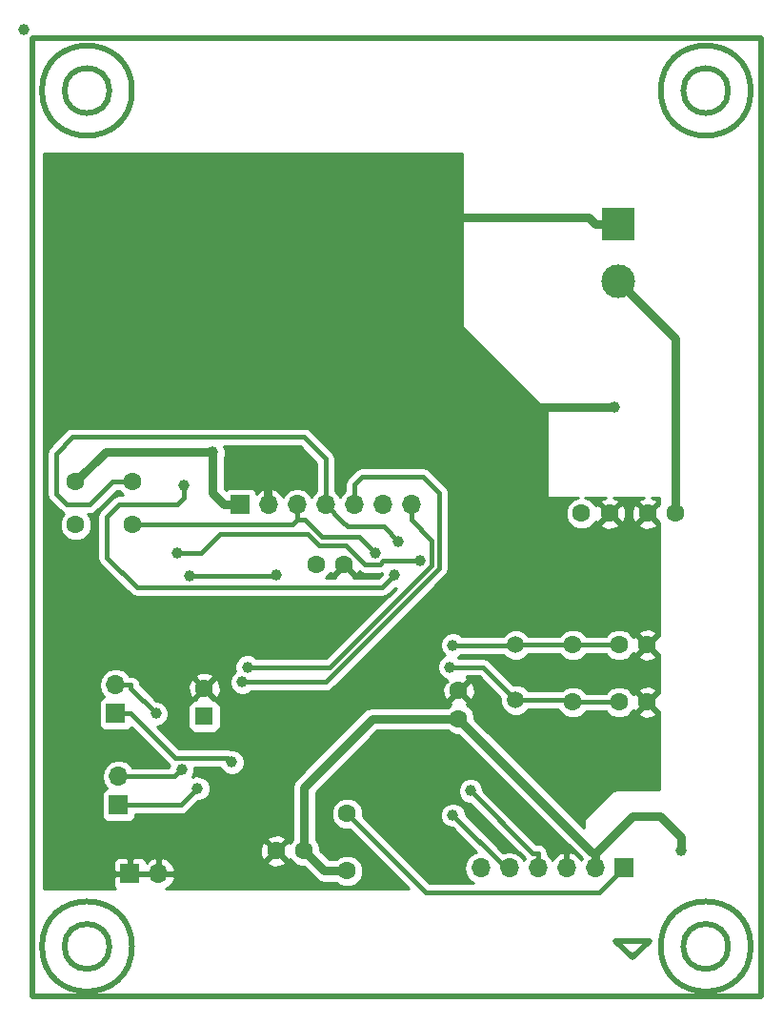
<source format=gbr>
G04 #@! TF.FileFunction,Copper,L2,Bot,Signal*
%FSLAX46Y46*%
G04 Gerber Fmt 4.6, Leading zero omitted, Abs format (unit mm)*
G04 Created by KiCad (PCBNEW 4.0.5+dfsg1-4) date Fri Sep 27 11:48:37 2019*
%MOMM*%
%LPD*%
G01*
G04 APERTURE LIST*
%ADD10C,0.100000*%
%ADD11C,0.500000*%
%ADD12R,1.600000X1.600000*%
%ADD13C,1.600000*%
%ADD14R,1.700000X1.700000*%
%ADD15O,1.700000X1.700000*%
%ADD16R,3.000000X3.000000*%
%ADD17C,3.000000*%
%ADD18C,1.500000*%
%ADD19C,1.000000*%
%ADD20C,0.800000*%
%ADD21C,0.400000*%
%ADD22C,0.254000*%
G04 APERTURE END LIST*
D10*
D11*
X54072000Y-82382000D02*
X52572000Y-80882000D01*
X55572000Y-80882000D02*
X54072000Y-82382000D01*
X52572000Y-80882000D02*
X55572000Y-80882000D01*
X9572000Y-81382000D02*
G75*
G03X9572000Y-81382000I-4000000J0D01*
G01*
X7572000Y-81382000D02*
G75*
G03X7572000Y-81382000I-2000000J0D01*
G01*
X9572000Y-5382000D02*
G75*
G03X9572000Y-5382000I-4000000J0D01*
G01*
X7572000Y-5382000D02*
G75*
G03X7572000Y-5382000I-2000000J0D01*
G01*
X64572000Y-5382000D02*
G75*
G03X64572000Y-5382000I-4000000J0D01*
G01*
X62572000Y-5382000D02*
G75*
G03X62572000Y-5382000I-2000000J0D01*
G01*
X62572000Y-81382000D02*
G75*
G03X62572000Y-81382000I-2000000J0D01*
G01*
X64572000Y-81382000D02*
G75*
G03X64572000Y-81382000I-4000000J0D01*
G01*
X65532000Y-762000D02*
X762000Y-762000D01*
X65532000Y-85852000D02*
X65532000Y-762000D01*
X762000Y-85852000D02*
X65532000Y-85852000D01*
X762000Y-762000D02*
X762000Y-85852000D01*
D12*
X16002000Y-60960000D03*
D13*
X16002000Y-58460000D03*
X24892000Y-72898000D03*
X22392000Y-72898000D03*
X28448000Y-47498000D03*
X25948000Y-47498000D03*
X38608000Y-58674000D03*
X38608000Y-61174000D03*
X55372000Y-54610000D03*
X52872000Y-54610000D03*
X55372000Y-59690000D03*
X52872000Y-59690000D03*
D14*
X8128000Y-60706000D03*
D15*
X8128000Y-58166000D03*
D14*
X9398000Y-74930000D03*
D15*
X11938000Y-74930000D03*
D14*
X8382000Y-68834000D03*
D15*
X8382000Y-66294000D03*
D14*
X53276000Y-74422000D03*
D15*
X50736000Y-74422000D03*
X48196000Y-74422000D03*
X45656000Y-74422000D03*
X43116000Y-74422000D03*
X40576000Y-74422000D03*
D16*
X52832000Y-17272000D03*
D17*
X52832000Y-22352000D03*
D14*
X19177000Y-42164000D03*
D15*
X21717000Y-42164000D03*
X24257000Y-42164000D03*
X26797000Y-42164000D03*
X29337000Y-42164000D03*
X31877000Y-42164000D03*
X34417000Y-42164000D03*
D13*
X28702000Y-74676000D03*
X28702000Y-69596000D03*
X48768000Y-54610000D03*
X48768000Y-59690000D03*
X4572000Y-43942000D03*
X9652000Y-43942000D03*
X4572000Y-40132000D03*
X9652000Y-40132000D03*
D18*
X43688000Y-54610000D03*
X43688000Y-59510000D03*
D13*
X57912000Y-42926000D03*
X55412000Y-42926000D03*
X49530000Y-42926000D03*
X52030000Y-42926000D03*
D19*
X0Y0D03*
X58420000Y-72834500D03*
X16748800Y-37490700D03*
X29768800Y-37211000D03*
X21640800Y-38557200D03*
X38437100Y-17776400D03*
X12166900Y-17121100D03*
X52422500Y-33467500D03*
X38080800Y-54628100D03*
X37829400Y-56569600D03*
X18451300Y-65025400D03*
X11687500Y-60689100D03*
X15408300Y-67346900D03*
X14001200Y-65661200D03*
X39662700Y-67548500D03*
X38088200Y-69722900D03*
X31193100Y-46444200D03*
X33226600Y-45385400D03*
X19364300Y-57905700D03*
X19846200Y-56583400D03*
X13604100Y-46426100D03*
X35205900Y-47133900D03*
X32903800Y-48407100D03*
X14182600Y-40416800D03*
X22373200Y-48348600D03*
X14682700Y-48488500D03*
D20*
X54038500Y-69786500D02*
X50736000Y-73089000D01*
X56515000Y-69786500D02*
X54038500Y-69786500D01*
X58420000Y-71691500D02*
X56515000Y-69786500D01*
X58420000Y-72834500D02*
X58420000Y-71691500D01*
X35255200Y-61174000D02*
X30951800Y-61174000D01*
X24892000Y-71469500D02*
X24892000Y-72898000D01*
X24892000Y-67233800D02*
X24892000Y-71469500D01*
X30951800Y-61174000D02*
X24892000Y-67233800D01*
X26670000Y-74676000D02*
X24892000Y-72898000D01*
X28702000Y-74676000D02*
X26670000Y-74676000D01*
X19177000Y-42164000D02*
X17776700Y-42164000D01*
X16748800Y-37490700D02*
X16748800Y-41136100D01*
X16748800Y-41136100D02*
X17776700Y-42164000D01*
X7213300Y-37490700D02*
X4572000Y-40132000D01*
X16748800Y-37490700D02*
X7213300Y-37490700D01*
X38608000Y-61174000D02*
X35255200Y-61174000D01*
X35255200Y-61174000D02*
X35187500Y-61174000D01*
X50736000Y-74422000D02*
X50736000Y-73089000D01*
X50736000Y-73089000D02*
X50736000Y-73021700D01*
X50455700Y-73021700D02*
X38608000Y-61174000D01*
X50736000Y-73021700D02*
X50455700Y-73021700D01*
X21640800Y-42087800D02*
X21640800Y-38557200D01*
X43773900Y-33467500D02*
X40030400Y-37211000D01*
X40030400Y-37211000D02*
X29768800Y-37211000D01*
X43773900Y-33467500D02*
X44170600Y-33467500D01*
X21640800Y-42087800D02*
X21717000Y-42164000D01*
X44170600Y-33467500D02*
X52422500Y-33467500D01*
X44080500Y-33467500D02*
X44170600Y-33467500D01*
X50166500Y-16656800D02*
X50781700Y-17272000D01*
X52832000Y-17272000D02*
X50781700Y-17272000D01*
X36859900Y-16656800D02*
X50166500Y-16656800D01*
D21*
X48768000Y-54610000D02*
X52872000Y-54610000D01*
X43688000Y-54610000D02*
X48768000Y-54610000D01*
X43669900Y-54628100D02*
X38080800Y-54628100D01*
X43688000Y-54610000D02*
X43669900Y-54628100D01*
X48768000Y-59690000D02*
X52872000Y-59690000D01*
X48588000Y-59510000D02*
X43688000Y-59510000D01*
X48768000Y-59690000D02*
X48588000Y-59510000D01*
X40747600Y-56569600D02*
X37829400Y-56569600D01*
X43688000Y-59510000D02*
X40747600Y-56569600D01*
D20*
X57912000Y-27432000D02*
X57912000Y-42926000D01*
X52832000Y-22352000D02*
X57912000Y-27432000D01*
D21*
X8128000Y-60706000D02*
X9478300Y-60706000D01*
X18054900Y-64629000D02*
X18451300Y-65025400D01*
X13401300Y-64629000D02*
X18054900Y-64629000D01*
X9478300Y-60706000D02*
X13401300Y-64629000D01*
X8128000Y-58166000D02*
X9478300Y-58166000D01*
X9478300Y-58479900D02*
X11687500Y-60689100D01*
X9478300Y-58166000D02*
X9478300Y-58479900D01*
X13921200Y-68834000D02*
X15408300Y-67346900D01*
X8382000Y-68834000D02*
X13921200Y-68834000D01*
X13368400Y-66294000D02*
X8382000Y-66294000D01*
X14001200Y-65661200D02*
X13368400Y-66294000D01*
X51106000Y-76592000D02*
X53276000Y-74422000D01*
X35698000Y-76592000D02*
X51106000Y-76592000D01*
X28702000Y-69596000D02*
X35698000Y-76592000D01*
X45656000Y-74422000D02*
X45656000Y-73071700D01*
X45185900Y-73071700D02*
X39662700Y-67548500D01*
X45656000Y-73071700D02*
X45185900Y-73071700D01*
X42787300Y-74422000D02*
X38088200Y-69722900D01*
X43116000Y-74422000D02*
X42787300Y-74422000D01*
X9652000Y-43942000D02*
X23829300Y-43942000D01*
X23829300Y-43942000D02*
X24257000Y-43514300D01*
X24257000Y-43514300D02*
X24964500Y-43514300D01*
X24257000Y-42164000D02*
X24257000Y-43514300D01*
X29788400Y-45039500D02*
X31193100Y-46444200D01*
X26489700Y-45039500D02*
X29788400Y-45039500D01*
X24964500Y-43514300D02*
X26489700Y-45039500D01*
X33226600Y-45385400D02*
X33218800Y-45385400D01*
X26797000Y-42164000D02*
X28258200Y-43625200D01*
X28727400Y-44094400D02*
X28258200Y-43625200D01*
X31927800Y-44094400D02*
X28727400Y-44094400D01*
X33218800Y-45385400D02*
X31927800Y-44094400D01*
X26797000Y-42164000D02*
X26797000Y-38100000D01*
X7874000Y-40132000D02*
X9652000Y-40132000D01*
X5842000Y-42164000D02*
X7874000Y-40132000D01*
X3810000Y-42164000D02*
X5842000Y-42164000D01*
X2819400Y-41173400D02*
X3810000Y-42164000D01*
X2819400Y-37617400D02*
X2819400Y-41173400D01*
X4292600Y-36144200D02*
X2819400Y-37617400D01*
X24841200Y-36144200D02*
X4292600Y-36144200D01*
X26797000Y-38100000D02*
X24841200Y-36144200D01*
X36906500Y-42743300D02*
X36906500Y-41122900D01*
X19364300Y-57905700D02*
X26839100Y-57905700D01*
X26839100Y-57905700D02*
X36906500Y-47838300D01*
X36906500Y-47838300D02*
X36906500Y-42743300D01*
X29337000Y-40386000D02*
X29337000Y-42164000D01*
X30048200Y-39674800D02*
X29337000Y-40386000D01*
X35458400Y-39674800D02*
X30048200Y-39674800D01*
X36906500Y-41122900D02*
X35458400Y-39674800D01*
X34417000Y-42164000D02*
X34417000Y-43514300D01*
X36206200Y-45303500D02*
X34417000Y-43514300D01*
X36206200Y-47548300D02*
X36206200Y-45303500D01*
X27171100Y-56583400D02*
X36206200Y-47548300D01*
X19846200Y-56583400D02*
X27171100Y-56583400D01*
X15720400Y-46426100D02*
X17383000Y-44763500D01*
X13604100Y-46426100D02*
X15720400Y-46426100D01*
X17383000Y-44763500D02*
X25223400Y-44763500D01*
X25223400Y-44763500D02*
X26199700Y-45739800D01*
X26199700Y-45739800D02*
X28603300Y-45739800D01*
X28603300Y-45739800D02*
X30308000Y-47444500D01*
X30308000Y-47444500D02*
X31607500Y-47444500D01*
X31607500Y-47444500D02*
X31918100Y-47133900D01*
X31918100Y-47133900D02*
X35205900Y-47133900D01*
X13302900Y-49500200D02*
X10003200Y-49500200D01*
X13302900Y-49500200D02*
X31810700Y-49500200D01*
X31810700Y-49500200D02*
X32903800Y-48407100D01*
X14182600Y-41570400D02*
X14182600Y-40416800D01*
X13614400Y-42138600D02*
X14182600Y-41570400D01*
X8458200Y-42138600D02*
X13614400Y-42138600D01*
X7340600Y-43256200D02*
X8458200Y-42138600D01*
X7340600Y-46837600D02*
X7340600Y-43256200D01*
X10003200Y-49500200D02*
X7340600Y-46837600D01*
X14682700Y-48488500D02*
X22233300Y-48488500D01*
X22233300Y-48488500D02*
X22373200Y-48348600D01*
D22*
G36*
X38945000Y-26382000D02*
X38955006Y-26431410D01*
X38982197Y-26471803D01*
X46445000Y-33934606D01*
X46445000Y-41382000D01*
X46455006Y-41431410D01*
X46483447Y-41473035D01*
X46525841Y-41500315D01*
X46572000Y-41509000D01*
X49201649Y-41509000D01*
X48718200Y-41708757D01*
X48314176Y-42112077D01*
X48095250Y-42639309D01*
X48094752Y-43210187D01*
X48312757Y-43737800D01*
X48716077Y-44141824D01*
X49243309Y-44360750D01*
X49814187Y-44361248D01*
X50341800Y-44143243D01*
X50551663Y-43933745D01*
X51201861Y-43933745D01*
X51275995Y-44179864D01*
X51813223Y-44372965D01*
X52383454Y-44345778D01*
X52784005Y-44179864D01*
X52858139Y-43933745D01*
X54583861Y-43933745D01*
X54657995Y-44179864D01*
X55195223Y-44372965D01*
X55765454Y-44345778D01*
X56166005Y-44179864D01*
X56240139Y-43933745D01*
X55412000Y-43105605D01*
X54583861Y-43933745D01*
X52858139Y-43933745D01*
X52030000Y-43105605D01*
X51201861Y-43933745D01*
X50551663Y-43933745D01*
X50745824Y-43739923D01*
X50773423Y-43673456D01*
X50776136Y-43680005D01*
X51022255Y-43754139D01*
X51850395Y-42926000D01*
X52209605Y-42926000D01*
X53037745Y-43754139D01*
X53283864Y-43680005D01*
X53476965Y-43142777D01*
X53456295Y-42709223D01*
X53965035Y-42709223D01*
X53992222Y-43279454D01*
X54158136Y-43680005D01*
X54404255Y-43754139D01*
X55232395Y-42926000D01*
X54404255Y-42097861D01*
X54158136Y-42171995D01*
X53965035Y-42709223D01*
X53456295Y-42709223D01*
X53449778Y-42572546D01*
X53283864Y-42171995D01*
X53037745Y-42097861D01*
X52209605Y-42926000D01*
X51850395Y-42926000D01*
X51022255Y-42097861D01*
X50776136Y-42171995D01*
X50773804Y-42178483D01*
X50747243Y-42114200D01*
X50343923Y-41710176D01*
X49859438Y-41509000D01*
X51669839Y-41509000D01*
X51275995Y-41672136D01*
X51201861Y-41918255D01*
X52030000Y-42746395D01*
X52858139Y-41918255D01*
X52784005Y-41672136D01*
X52330143Y-41509000D01*
X55051839Y-41509000D01*
X54657995Y-41672136D01*
X54583861Y-41918255D01*
X55412000Y-42746395D01*
X56240139Y-41918255D01*
X56166005Y-41672136D01*
X55712143Y-41509000D01*
X56445000Y-41509000D01*
X56445000Y-42105468D01*
X56419745Y-42097861D01*
X55591605Y-42926000D01*
X56419745Y-43754139D01*
X56445000Y-43746532D01*
X56445000Y-53801517D01*
X56379745Y-53781861D01*
X55551605Y-54610000D01*
X56379745Y-55438139D01*
X56445000Y-55418483D01*
X56445000Y-58881517D01*
X56379745Y-58861861D01*
X55551605Y-59690000D01*
X56379745Y-60518139D01*
X56445000Y-60498483D01*
X56445000Y-67470900D01*
X52779105Y-67470900D01*
X52779100Y-67470899D01*
X52388980Y-67548500D01*
X52383023Y-67549685D01*
X52047244Y-67774044D01*
X52047242Y-67774047D01*
X50004144Y-69817144D01*
X49779785Y-70152923D01*
X49700999Y-70549000D01*
X49701000Y-70549005D01*
X49701000Y-70803288D01*
X40043025Y-61145313D01*
X40043248Y-60889813D01*
X39825243Y-60362200D01*
X39421923Y-59958176D01*
X39355456Y-59930577D01*
X39362005Y-59927864D01*
X39436139Y-59681745D01*
X38608000Y-58853605D01*
X37779861Y-59681745D01*
X37853995Y-59927864D01*
X37860483Y-59930196D01*
X37796200Y-59956757D01*
X37613639Y-60139000D01*
X30951800Y-60139000D01*
X30555722Y-60217785D01*
X30460457Y-60281439D01*
X30219944Y-60442144D01*
X30219942Y-60442147D01*
X24160144Y-66501944D01*
X23935785Y-66837723D01*
X23856999Y-67233800D01*
X23857000Y-67233805D01*
X23857000Y-71903568D01*
X23676176Y-72084077D01*
X23648577Y-72150544D01*
X23645864Y-72143995D01*
X23399745Y-72069861D01*
X22571605Y-72898000D01*
X23399745Y-73726139D01*
X23645864Y-73652005D01*
X23648196Y-73645517D01*
X23674757Y-73709800D01*
X24078077Y-74113824D01*
X24605309Y-74332750D01*
X24863263Y-74332975D01*
X25938142Y-75407853D01*
X25938144Y-75407856D01*
X26273923Y-75632215D01*
X26670000Y-75711001D01*
X26670005Y-75711000D01*
X27707568Y-75711000D01*
X27888077Y-75891824D01*
X28415309Y-76110750D01*
X28986187Y-76111248D01*
X29513800Y-75893243D01*
X29917824Y-75489923D01*
X30136750Y-74962691D01*
X30137248Y-74391813D01*
X29919243Y-73864200D01*
X29515923Y-73460176D01*
X28988691Y-73241250D01*
X28417813Y-73240752D01*
X27890200Y-73458757D01*
X27707639Y-73641000D01*
X27098711Y-73641000D01*
X26327025Y-72869314D01*
X26327248Y-72613813D01*
X26109243Y-72086200D01*
X25927000Y-71903639D01*
X25927000Y-67662512D01*
X31380511Y-62209000D01*
X37613568Y-62209000D01*
X37794077Y-62389824D01*
X38321309Y-62608750D01*
X38579263Y-62608975D01*
X49536621Y-73566333D01*
X49458298Y-73683553D01*
X49391183Y-73540642D01*
X48962924Y-73150355D01*
X48552890Y-72980524D01*
X48323000Y-73101845D01*
X48323000Y-74295000D01*
X48343000Y-74295000D01*
X48343000Y-74549000D01*
X48323000Y-74549000D01*
X48323000Y-74569000D01*
X48069000Y-74569000D01*
X48069000Y-74549000D01*
X48049000Y-74549000D01*
X48049000Y-74295000D01*
X48069000Y-74295000D01*
X48069000Y-73101845D01*
X47839110Y-72980524D01*
X47429076Y-73150355D01*
X47000817Y-73540642D01*
X46933702Y-73683553D01*
X46706054Y-73342853D01*
X46491000Y-73199159D01*
X46491000Y-73071700D01*
X46427439Y-72752159D01*
X46246434Y-72481266D01*
X45975541Y-72300261D01*
X45656000Y-72236700D01*
X45531768Y-72236700D01*
X40797741Y-67502673D01*
X40797897Y-67323725D01*
X40625467Y-66906414D01*
X40306465Y-66586855D01*
X39889456Y-66413697D01*
X39437925Y-66413303D01*
X39020614Y-66585733D01*
X38701055Y-66904735D01*
X38527897Y-67321744D01*
X38527503Y-67773275D01*
X38699933Y-68190586D01*
X39018935Y-68510145D01*
X39435944Y-68683303D01*
X39616793Y-68683461D01*
X44473862Y-73540530D01*
X44386000Y-73672026D01*
X44166054Y-73342853D01*
X43684285Y-73020946D01*
X43116000Y-72907907D01*
X42563895Y-73017727D01*
X39223241Y-69677073D01*
X39223397Y-69498125D01*
X39050967Y-69080814D01*
X38731965Y-68761255D01*
X38314956Y-68588097D01*
X37863425Y-68587703D01*
X37446114Y-68760133D01*
X37126555Y-69079135D01*
X36953397Y-69496144D01*
X36953003Y-69947675D01*
X37125433Y-70364986D01*
X37444435Y-70684545D01*
X37861444Y-70857703D01*
X38042293Y-70857861D01*
X40172584Y-72988152D01*
X40007715Y-73020946D01*
X39525946Y-73342853D01*
X39204039Y-73824622D01*
X39091000Y-74392907D01*
X39091000Y-74451093D01*
X39204039Y-75019378D01*
X39525946Y-75501147D01*
X39908858Y-75757000D01*
X36043868Y-75757000D01*
X30136779Y-69849911D01*
X30137248Y-69311813D01*
X29919243Y-68784200D01*
X29515923Y-68380176D01*
X28988691Y-68161250D01*
X28417813Y-68160752D01*
X27890200Y-68378757D01*
X27486176Y-68782077D01*
X27267250Y-69309309D01*
X27266752Y-69880187D01*
X27484757Y-70407800D01*
X27888077Y-70811824D01*
X28415309Y-71030750D01*
X28956354Y-71031222D01*
X34180132Y-76255000D01*
X12576106Y-76255000D01*
X12704924Y-76201645D01*
X13133183Y-75811358D01*
X13379486Y-75286892D01*
X13258819Y-75057000D01*
X12065000Y-75057000D01*
X12065000Y-75077000D01*
X11811000Y-75077000D01*
X11811000Y-75057000D01*
X9525000Y-75057000D01*
X9525000Y-75077000D01*
X9271000Y-75077000D01*
X9271000Y-75057000D01*
X8071750Y-75057000D01*
X7913000Y-75215750D01*
X7913000Y-75906309D01*
X8009673Y-76139698D01*
X8124974Y-76255000D01*
X1699000Y-76255000D01*
X1699000Y-73953691D01*
X7913000Y-73953691D01*
X7913000Y-74644250D01*
X8071750Y-74803000D01*
X9271000Y-74803000D01*
X9271000Y-73603750D01*
X9525000Y-73603750D01*
X9525000Y-74803000D01*
X11811000Y-74803000D01*
X11811000Y-73609845D01*
X12065000Y-73609845D01*
X12065000Y-74803000D01*
X13258819Y-74803000D01*
X13379486Y-74573108D01*
X13133183Y-74048642D01*
X12976384Y-73905745D01*
X21563861Y-73905745D01*
X21637995Y-74151864D01*
X22175223Y-74344965D01*
X22745454Y-74317778D01*
X23146005Y-74151864D01*
X23220139Y-73905745D01*
X22392000Y-73077605D01*
X21563861Y-73905745D01*
X12976384Y-73905745D01*
X12704924Y-73658355D01*
X12294890Y-73488524D01*
X12065000Y-73609845D01*
X11811000Y-73609845D01*
X11581110Y-73488524D01*
X11171076Y-73658355D01*
X10873136Y-73929878D01*
X10786327Y-73720302D01*
X10607699Y-73541673D01*
X10374310Y-73445000D01*
X9683750Y-73445000D01*
X9525000Y-73603750D01*
X9271000Y-73603750D01*
X9112250Y-73445000D01*
X8421690Y-73445000D01*
X8188301Y-73541673D01*
X8009673Y-73720302D01*
X7913000Y-73953691D01*
X1699000Y-73953691D01*
X1699000Y-72681223D01*
X20945035Y-72681223D01*
X20972222Y-73251454D01*
X21138136Y-73652005D01*
X21384255Y-73726139D01*
X22212395Y-72898000D01*
X21384255Y-72069861D01*
X21138136Y-72143995D01*
X20945035Y-72681223D01*
X1699000Y-72681223D01*
X1699000Y-71890255D01*
X21563861Y-71890255D01*
X22392000Y-72718395D01*
X23220139Y-71890255D01*
X23146005Y-71644136D01*
X22608777Y-71451035D01*
X22038546Y-71478222D01*
X21637995Y-71644136D01*
X21563861Y-71890255D01*
X1699000Y-71890255D01*
X1699000Y-58166000D01*
X6613907Y-58166000D01*
X6726946Y-58734285D01*
X7048853Y-59216054D01*
X7090452Y-59243850D01*
X7042683Y-59252838D01*
X6826559Y-59391910D01*
X6681569Y-59604110D01*
X6630560Y-59856000D01*
X6630560Y-61556000D01*
X6674838Y-61791317D01*
X6813910Y-62007441D01*
X7026110Y-62152431D01*
X7278000Y-62203440D01*
X8978000Y-62203440D01*
X9213317Y-62159162D01*
X9429441Y-62020090D01*
X9503351Y-61911919D01*
X12810866Y-65219434D01*
X12924225Y-65295178D01*
X12866397Y-65434444D01*
X12866376Y-65459000D01*
X9604841Y-65459000D01*
X9461147Y-65243946D01*
X8979378Y-64922039D01*
X8411093Y-64809000D01*
X8352907Y-64809000D01*
X7784622Y-64922039D01*
X7302853Y-65243946D01*
X6980946Y-65725715D01*
X6867907Y-66294000D01*
X6980946Y-66862285D01*
X7302853Y-67344054D01*
X7344452Y-67371850D01*
X7296683Y-67380838D01*
X7080559Y-67519910D01*
X6935569Y-67732110D01*
X6884560Y-67984000D01*
X6884560Y-69684000D01*
X6928838Y-69919317D01*
X7067910Y-70135441D01*
X7280110Y-70280431D01*
X7532000Y-70331440D01*
X9232000Y-70331440D01*
X9467317Y-70287162D01*
X9683441Y-70148090D01*
X9828431Y-69935890D01*
X9879440Y-69684000D01*
X9879440Y-69669000D01*
X13921200Y-69669000D01*
X14240741Y-69605439D01*
X14511634Y-69424434D01*
X15454127Y-68481941D01*
X15633075Y-68482097D01*
X16050386Y-68309667D01*
X16369945Y-67990665D01*
X16543103Y-67573656D01*
X16543497Y-67122125D01*
X16371067Y-66704814D01*
X16052065Y-66385255D01*
X15635056Y-66212097D01*
X15183525Y-66211703D01*
X14963887Y-66302456D01*
X15136003Y-65887956D01*
X15136373Y-65464000D01*
X17404454Y-65464000D01*
X17488533Y-65667486D01*
X17807535Y-65987045D01*
X18224544Y-66160203D01*
X18676075Y-66160597D01*
X19093386Y-65988167D01*
X19412945Y-65669165D01*
X19586103Y-65252156D01*
X19586497Y-64800625D01*
X19414067Y-64383314D01*
X19095065Y-64063755D01*
X18678056Y-63890597D01*
X18423550Y-63890375D01*
X18374441Y-63857561D01*
X18054900Y-63794000D01*
X13747168Y-63794000D01*
X11777347Y-61824179D01*
X11912275Y-61824297D01*
X12329586Y-61651867D01*
X12649145Y-61332865D01*
X12822303Y-60915856D01*
X12822697Y-60464325D01*
X12696953Y-60160000D01*
X14554560Y-60160000D01*
X14554560Y-61760000D01*
X14598838Y-61995317D01*
X14737910Y-62211441D01*
X14950110Y-62356431D01*
X15202000Y-62407440D01*
X16802000Y-62407440D01*
X17037317Y-62363162D01*
X17253441Y-62224090D01*
X17398431Y-62011890D01*
X17449440Y-61760000D01*
X17449440Y-60160000D01*
X17405162Y-59924683D01*
X17266090Y-59708559D01*
X17053890Y-59563569D01*
X16815799Y-59515354D01*
X16830139Y-59467745D01*
X16002000Y-58639605D01*
X15173861Y-59467745D01*
X15188145Y-59515167D01*
X14966683Y-59556838D01*
X14750559Y-59695910D01*
X14605569Y-59908110D01*
X14554560Y-60160000D01*
X12696953Y-60160000D01*
X12650267Y-60047014D01*
X12331265Y-59727455D01*
X11914256Y-59554297D01*
X11733407Y-59554139D01*
X10422491Y-58243223D01*
X14555035Y-58243223D01*
X14582222Y-58813454D01*
X14748136Y-59214005D01*
X14994255Y-59288139D01*
X15822395Y-58460000D01*
X16181605Y-58460000D01*
X17009745Y-59288139D01*
X17255864Y-59214005D01*
X17448965Y-58676777D01*
X17421778Y-58106546D01*
X17255864Y-57705995D01*
X17009745Y-57631861D01*
X16181605Y-58460000D01*
X15822395Y-58460000D01*
X14994255Y-57631861D01*
X14748136Y-57705995D01*
X14555035Y-58243223D01*
X10422491Y-58243223D01*
X10305362Y-58126094D01*
X10249739Y-57846459D01*
X10068734Y-57575566D01*
X9884187Y-57452255D01*
X15173861Y-57452255D01*
X16002000Y-58280395D01*
X16830139Y-57452255D01*
X16756005Y-57206136D01*
X16218777Y-57013035D01*
X15648546Y-57040222D01*
X15247995Y-57206136D01*
X15173861Y-57452255D01*
X9884187Y-57452255D01*
X9797841Y-57394561D01*
X9478300Y-57331000D01*
X9350841Y-57331000D01*
X9207147Y-57115946D01*
X8725378Y-56794039D01*
X8157093Y-56681000D01*
X8098907Y-56681000D01*
X7530622Y-56794039D01*
X7048853Y-57115946D01*
X6726946Y-57597715D01*
X6613907Y-58166000D01*
X1699000Y-58166000D01*
X1699000Y-37617400D01*
X1984400Y-37617400D01*
X1984400Y-41173400D01*
X2047961Y-41492941D01*
X2192165Y-41708757D01*
X2228966Y-41763834D01*
X3219566Y-42754434D01*
X3490459Y-42935439D01*
X3539399Y-42945174D01*
X3356176Y-43128077D01*
X3137250Y-43655309D01*
X3136752Y-44226187D01*
X3354757Y-44753800D01*
X3758077Y-45157824D01*
X4285309Y-45376750D01*
X4856187Y-45377248D01*
X5383800Y-45159243D01*
X5787824Y-44755923D01*
X6006750Y-44228691D01*
X6007248Y-43657813D01*
X5789243Y-43130200D01*
X5658272Y-42999000D01*
X5842000Y-42999000D01*
X6161541Y-42935439D01*
X6432434Y-42754434D01*
X8219868Y-40967000D01*
X8457917Y-40967000D01*
X8793930Y-41303600D01*
X8458200Y-41303600D01*
X8138659Y-41367161D01*
X7971228Y-41479035D01*
X7867766Y-41548166D01*
X6750166Y-42665766D01*
X6569161Y-42936659D01*
X6505600Y-43256200D01*
X6505600Y-46837600D01*
X6569161Y-47157141D01*
X6750166Y-47428034D01*
X9412766Y-50090634D01*
X9683659Y-50271639D01*
X10003200Y-50335200D01*
X31810700Y-50335200D01*
X32130241Y-50271639D01*
X32401134Y-50090634D01*
X32949627Y-49542141D01*
X33031420Y-49542212D01*
X26825232Y-55748400D01*
X20616389Y-55748400D01*
X20489965Y-55621755D01*
X20072956Y-55448597D01*
X19621425Y-55448203D01*
X19204114Y-55620633D01*
X18884555Y-55939635D01*
X18711397Y-56356644D01*
X18711003Y-56808175D01*
X18760199Y-56927238D01*
X18722214Y-56942933D01*
X18402655Y-57261935D01*
X18229497Y-57678944D01*
X18229103Y-58130475D01*
X18401533Y-58547786D01*
X18720535Y-58867345D01*
X19137544Y-59040503D01*
X19589075Y-59040897D01*
X20006386Y-58868467D01*
X20134376Y-58740700D01*
X26839100Y-58740700D01*
X27158641Y-58677139D01*
X27429534Y-58496134D01*
X29131293Y-56794375D01*
X36694203Y-56794375D01*
X36866633Y-57211686D01*
X37185635Y-57531245D01*
X37538568Y-57677796D01*
X37485378Y-57730986D01*
X37600253Y-57845861D01*
X37354136Y-57919995D01*
X37161035Y-58457223D01*
X37188222Y-59027454D01*
X37354136Y-59428005D01*
X37600255Y-59502139D01*
X38428395Y-58674000D01*
X38787605Y-58674000D01*
X39615745Y-59502139D01*
X39861864Y-59428005D01*
X40054965Y-58890777D01*
X40027778Y-58320546D01*
X39861864Y-57919995D01*
X39615745Y-57845861D01*
X38787605Y-58674000D01*
X38428395Y-58674000D01*
X38414252Y-58659858D01*
X38593858Y-58480252D01*
X38608000Y-58494395D01*
X39436139Y-57666255D01*
X39362005Y-57420136D01*
X39318782Y-57404600D01*
X40401732Y-57404600D01*
X42303177Y-59306045D01*
X42302760Y-59784285D01*
X42513169Y-60293515D01*
X42902436Y-60683461D01*
X43411298Y-60894759D01*
X43962285Y-60895240D01*
X44471515Y-60684831D01*
X44811939Y-60345000D01*
X47485969Y-60345000D01*
X47550757Y-60501800D01*
X47954077Y-60905824D01*
X48481309Y-61124750D01*
X49052187Y-61125248D01*
X49579800Y-60907243D01*
X49962710Y-60525000D01*
X51677917Y-60525000D01*
X52058077Y-60905824D01*
X52585309Y-61124750D01*
X53156187Y-61125248D01*
X53683800Y-60907243D01*
X53893663Y-60697745D01*
X54543861Y-60697745D01*
X54617995Y-60943864D01*
X55155223Y-61136965D01*
X55725454Y-61109778D01*
X56126005Y-60943864D01*
X56200139Y-60697745D01*
X55372000Y-59869605D01*
X54543861Y-60697745D01*
X53893663Y-60697745D01*
X54087824Y-60503923D01*
X54115423Y-60437456D01*
X54118136Y-60444005D01*
X54364255Y-60518139D01*
X55192395Y-59690000D01*
X54364255Y-58861861D01*
X54118136Y-58935995D01*
X54115804Y-58942483D01*
X54089243Y-58878200D01*
X53893640Y-58682255D01*
X54543861Y-58682255D01*
X55372000Y-59510395D01*
X56200139Y-58682255D01*
X56126005Y-58436136D01*
X55588777Y-58243035D01*
X55018546Y-58270222D01*
X54617995Y-58436136D01*
X54543861Y-58682255D01*
X53893640Y-58682255D01*
X53685923Y-58474176D01*
X53158691Y-58255250D01*
X52587813Y-58254752D01*
X52060200Y-58472757D01*
X51677290Y-58855000D01*
X49962083Y-58855000D01*
X49581923Y-58474176D01*
X49054691Y-58255250D01*
X48483813Y-58254752D01*
X47956200Y-58472757D01*
X47753604Y-58675000D01*
X44811436Y-58675000D01*
X44473564Y-58336539D01*
X43964702Y-58125241D01*
X43483689Y-58124821D01*
X41338034Y-55979166D01*
X41067141Y-55798161D01*
X40747600Y-55734600D01*
X38599589Y-55734600D01*
X38534012Y-55668908D01*
X38722886Y-55590867D01*
X38850876Y-55463100D01*
X42582633Y-55463100D01*
X42902436Y-55783461D01*
X43411298Y-55994759D01*
X43962285Y-55995240D01*
X44471515Y-55784831D01*
X44811939Y-55445000D01*
X47573917Y-55445000D01*
X47954077Y-55825824D01*
X48481309Y-56044750D01*
X49052187Y-56045248D01*
X49579800Y-55827243D01*
X49962710Y-55445000D01*
X51677917Y-55445000D01*
X52058077Y-55825824D01*
X52585309Y-56044750D01*
X53156187Y-56045248D01*
X53683800Y-55827243D01*
X53893663Y-55617745D01*
X54543861Y-55617745D01*
X54617995Y-55863864D01*
X55155223Y-56056965D01*
X55725454Y-56029778D01*
X56126005Y-55863864D01*
X56200139Y-55617745D01*
X55372000Y-54789605D01*
X54543861Y-55617745D01*
X53893663Y-55617745D01*
X54087824Y-55423923D01*
X54115423Y-55357456D01*
X54118136Y-55364005D01*
X54364255Y-55438139D01*
X55192395Y-54610000D01*
X54364255Y-53781861D01*
X54118136Y-53855995D01*
X54115804Y-53862483D01*
X54089243Y-53798200D01*
X53893640Y-53602255D01*
X54543861Y-53602255D01*
X55372000Y-54430395D01*
X56200139Y-53602255D01*
X56126005Y-53356136D01*
X55588777Y-53163035D01*
X55018546Y-53190222D01*
X54617995Y-53356136D01*
X54543861Y-53602255D01*
X53893640Y-53602255D01*
X53685923Y-53394176D01*
X53158691Y-53175250D01*
X52587813Y-53174752D01*
X52060200Y-53392757D01*
X51677290Y-53775000D01*
X49962083Y-53775000D01*
X49581923Y-53394176D01*
X49054691Y-53175250D01*
X48483813Y-53174752D01*
X47956200Y-53392757D01*
X47573290Y-53775000D01*
X44811436Y-53775000D01*
X44473564Y-53436539D01*
X43964702Y-53225241D01*
X43413715Y-53224760D01*
X42904485Y-53435169D01*
X42545930Y-53793100D01*
X38850989Y-53793100D01*
X38724565Y-53666455D01*
X38307556Y-53493297D01*
X37856025Y-53492903D01*
X37438714Y-53665333D01*
X37119155Y-53984335D01*
X36945997Y-54401344D01*
X36945603Y-54852875D01*
X37118033Y-55270186D01*
X37376188Y-55528792D01*
X37187314Y-55606833D01*
X36867755Y-55925835D01*
X36694597Y-56342844D01*
X36694203Y-56794375D01*
X29131293Y-56794375D01*
X37496934Y-48428734D01*
X37677940Y-48157840D01*
X37741500Y-47838300D01*
X37741500Y-41122900D01*
X37712366Y-40976434D01*
X37677940Y-40803360D01*
X37496934Y-40532466D01*
X36048834Y-39084366D01*
X35777941Y-38903361D01*
X35458400Y-38839800D01*
X30048200Y-38839800D01*
X29728660Y-38903360D01*
X29457766Y-39084366D01*
X28746566Y-39795566D01*
X28565561Y-40066459D01*
X28502000Y-40386000D01*
X28502000Y-40941159D01*
X28286946Y-41084853D01*
X28067000Y-41414026D01*
X27847054Y-41084853D01*
X27632000Y-40941159D01*
X27632000Y-38100000D01*
X27568439Y-37780459D01*
X27387434Y-37509566D01*
X25431634Y-35553766D01*
X25160741Y-35372761D01*
X24841200Y-35309200D01*
X4292600Y-35309200D01*
X3973059Y-35372761D01*
X3702166Y-35553766D01*
X2228966Y-37026966D01*
X2047961Y-37297859D01*
X1984400Y-37617400D01*
X1699000Y-37617400D01*
X1699000Y-11009000D01*
X38945000Y-11009000D01*
X38945000Y-26382000D01*
X38945000Y-26382000D01*
G37*
X38945000Y-26382000D02*
X38955006Y-26431410D01*
X38982197Y-26471803D01*
X46445000Y-33934606D01*
X46445000Y-41382000D01*
X46455006Y-41431410D01*
X46483447Y-41473035D01*
X46525841Y-41500315D01*
X46572000Y-41509000D01*
X49201649Y-41509000D01*
X48718200Y-41708757D01*
X48314176Y-42112077D01*
X48095250Y-42639309D01*
X48094752Y-43210187D01*
X48312757Y-43737800D01*
X48716077Y-44141824D01*
X49243309Y-44360750D01*
X49814187Y-44361248D01*
X50341800Y-44143243D01*
X50551663Y-43933745D01*
X51201861Y-43933745D01*
X51275995Y-44179864D01*
X51813223Y-44372965D01*
X52383454Y-44345778D01*
X52784005Y-44179864D01*
X52858139Y-43933745D01*
X54583861Y-43933745D01*
X54657995Y-44179864D01*
X55195223Y-44372965D01*
X55765454Y-44345778D01*
X56166005Y-44179864D01*
X56240139Y-43933745D01*
X55412000Y-43105605D01*
X54583861Y-43933745D01*
X52858139Y-43933745D01*
X52030000Y-43105605D01*
X51201861Y-43933745D01*
X50551663Y-43933745D01*
X50745824Y-43739923D01*
X50773423Y-43673456D01*
X50776136Y-43680005D01*
X51022255Y-43754139D01*
X51850395Y-42926000D01*
X52209605Y-42926000D01*
X53037745Y-43754139D01*
X53283864Y-43680005D01*
X53476965Y-43142777D01*
X53456295Y-42709223D01*
X53965035Y-42709223D01*
X53992222Y-43279454D01*
X54158136Y-43680005D01*
X54404255Y-43754139D01*
X55232395Y-42926000D01*
X54404255Y-42097861D01*
X54158136Y-42171995D01*
X53965035Y-42709223D01*
X53456295Y-42709223D01*
X53449778Y-42572546D01*
X53283864Y-42171995D01*
X53037745Y-42097861D01*
X52209605Y-42926000D01*
X51850395Y-42926000D01*
X51022255Y-42097861D01*
X50776136Y-42171995D01*
X50773804Y-42178483D01*
X50747243Y-42114200D01*
X50343923Y-41710176D01*
X49859438Y-41509000D01*
X51669839Y-41509000D01*
X51275995Y-41672136D01*
X51201861Y-41918255D01*
X52030000Y-42746395D01*
X52858139Y-41918255D01*
X52784005Y-41672136D01*
X52330143Y-41509000D01*
X55051839Y-41509000D01*
X54657995Y-41672136D01*
X54583861Y-41918255D01*
X55412000Y-42746395D01*
X56240139Y-41918255D01*
X56166005Y-41672136D01*
X55712143Y-41509000D01*
X56445000Y-41509000D01*
X56445000Y-42105468D01*
X56419745Y-42097861D01*
X55591605Y-42926000D01*
X56419745Y-43754139D01*
X56445000Y-43746532D01*
X56445000Y-53801517D01*
X56379745Y-53781861D01*
X55551605Y-54610000D01*
X56379745Y-55438139D01*
X56445000Y-55418483D01*
X56445000Y-58881517D01*
X56379745Y-58861861D01*
X55551605Y-59690000D01*
X56379745Y-60518139D01*
X56445000Y-60498483D01*
X56445000Y-67470900D01*
X52779105Y-67470900D01*
X52779100Y-67470899D01*
X52388980Y-67548500D01*
X52383023Y-67549685D01*
X52047244Y-67774044D01*
X52047242Y-67774047D01*
X50004144Y-69817144D01*
X49779785Y-70152923D01*
X49700999Y-70549000D01*
X49701000Y-70549005D01*
X49701000Y-70803288D01*
X40043025Y-61145313D01*
X40043248Y-60889813D01*
X39825243Y-60362200D01*
X39421923Y-59958176D01*
X39355456Y-59930577D01*
X39362005Y-59927864D01*
X39436139Y-59681745D01*
X38608000Y-58853605D01*
X37779861Y-59681745D01*
X37853995Y-59927864D01*
X37860483Y-59930196D01*
X37796200Y-59956757D01*
X37613639Y-60139000D01*
X30951800Y-60139000D01*
X30555722Y-60217785D01*
X30460457Y-60281439D01*
X30219944Y-60442144D01*
X30219942Y-60442147D01*
X24160144Y-66501944D01*
X23935785Y-66837723D01*
X23856999Y-67233800D01*
X23857000Y-67233805D01*
X23857000Y-71903568D01*
X23676176Y-72084077D01*
X23648577Y-72150544D01*
X23645864Y-72143995D01*
X23399745Y-72069861D01*
X22571605Y-72898000D01*
X23399745Y-73726139D01*
X23645864Y-73652005D01*
X23648196Y-73645517D01*
X23674757Y-73709800D01*
X24078077Y-74113824D01*
X24605309Y-74332750D01*
X24863263Y-74332975D01*
X25938142Y-75407853D01*
X25938144Y-75407856D01*
X26273923Y-75632215D01*
X26670000Y-75711001D01*
X26670005Y-75711000D01*
X27707568Y-75711000D01*
X27888077Y-75891824D01*
X28415309Y-76110750D01*
X28986187Y-76111248D01*
X29513800Y-75893243D01*
X29917824Y-75489923D01*
X30136750Y-74962691D01*
X30137248Y-74391813D01*
X29919243Y-73864200D01*
X29515923Y-73460176D01*
X28988691Y-73241250D01*
X28417813Y-73240752D01*
X27890200Y-73458757D01*
X27707639Y-73641000D01*
X27098711Y-73641000D01*
X26327025Y-72869314D01*
X26327248Y-72613813D01*
X26109243Y-72086200D01*
X25927000Y-71903639D01*
X25927000Y-67662512D01*
X31380511Y-62209000D01*
X37613568Y-62209000D01*
X37794077Y-62389824D01*
X38321309Y-62608750D01*
X38579263Y-62608975D01*
X49536621Y-73566333D01*
X49458298Y-73683553D01*
X49391183Y-73540642D01*
X48962924Y-73150355D01*
X48552890Y-72980524D01*
X48323000Y-73101845D01*
X48323000Y-74295000D01*
X48343000Y-74295000D01*
X48343000Y-74549000D01*
X48323000Y-74549000D01*
X48323000Y-74569000D01*
X48069000Y-74569000D01*
X48069000Y-74549000D01*
X48049000Y-74549000D01*
X48049000Y-74295000D01*
X48069000Y-74295000D01*
X48069000Y-73101845D01*
X47839110Y-72980524D01*
X47429076Y-73150355D01*
X47000817Y-73540642D01*
X46933702Y-73683553D01*
X46706054Y-73342853D01*
X46491000Y-73199159D01*
X46491000Y-73071700D01*
X46427439Y-72752159D01*
X46246434Y-72481266D01*
X45975541Y-72300261D01*
X45656000Y-72236700D01*
X45531768Y-72236700D01*
X40797741Y-67502673D01*
X40797897Y-67323725D01*
X40625467Y-66906414D01*
X40306465Y-66586855D01*
X39889456Y-66413697D01*
X39437925Y-66413303D01*
X39020614Y-66585733D01*
X38701055Y-66904735D01*
X38527897Y-67321744D01*
X38527503Y-67773275D01*
X38699933Y-68190586D01*
X39018935Y-68510145D01*
X39435944Y-68683303D01*
X39616793Y-68683461D01*
X44473862Y-73540530D01*
X44386000Y-73672026D01*
X44166054Y-73342853D01*
X43684285Y-73020946D01*
X43116000Y-72907907D01*
X42563895Y-73017727D01*
X39223241Y-69677073D01*
X39223397Y-69498125D01*
X39050967Y-69080814D01*
X38731965Y-68761255D01*
X38314956Y-68588097D01*
X37863425Y-68587703D01*
X37446114Y-68760133D01*
X37126555Y-69079135D01*
X36953397Y-69496144D01*
X36953003Y-69947675D01*
X37125433Y-70364986D01*
X37444435Y-70684545D01*
X37861444Y-70857703D01*
X38042293Y-70857861D01*
X40172584Y-72988152D01*
X40007715Y-73020946D01*
X39525946Y-73342853D01*
X39204039Y-73824622D01*
X39091000Y-74392907D01*
X39091000Y-74451093D01*
X39204039Y-75019378D01*
X39525946Y-75501147D01*
X39908858Y-75757000D01*
X36043868Y-75757000D01*
X30136779Y-69849911D01*
X30137248Y-69311813D01*
X29919243Y-68784200D01*
X29515923Y-68380176D01*
X28988691Y-68161250D01*
X28417813Y-68160752D01*
X27890200Y-68378757D01*
X27486176Y-68782077D01*
X27267250Y-69309309D01*
X27266752Y-69880187D01*
X27484757Y-70407800D01*
X27888077Y-70811824D01*
X28415309Y-71030750D01*
X28956354Y-71031222D01*
X34180132Y-76255000D01*
X12576106Y-76255000D01*
X12704924Y-76201645D01*
X13133183Y-75811358D01*
X13379486Y-75286892D01*
X13258819Y-75057000D01*
X12065000Y-75057000D01*
X12065000Y-75077000D01*
X11811000Y-75077000D01*
X11811000Y-75057000D01*
X9525000Y-75057000D01*
X9525000Y-75077000D01*
X9271000Y-75077000D01*
X9271000Y-75057000D01*
X8071750Y-75057000D01*
X7913000Y-75215750D01*
X7913000Y-75906309D01*
X8009673Y-76139698D01*
X8124974Y-76255000D01*
X1699000Y-76255000D01*
X1699000Y-73953691D01*
X7913000Y-73953691D01*
X7913000Y-74644250D01*
X8071750Y-74803000D01*
X9271000Y-74803000D01*
X9271000Y-73603750D01*
X9525000Y-73603750D01*
X9525000Y-74803000D01*
X11811000Y-74803000D01*
X11811000Y-73609845D01*
X12065000Y-73609845D01*
X12065000Y-74803000D01*
X13258819Y-74803000D01*
X13379486Y-74573108D01*
X13133183Y-74048642D01*
X12976384Y-73905745D01*
X21563861Y-73905745D01*
X21637995Y-74151864D01*
X22175223Y-74344965D01*
X22745454Y-74317778D01*
X23146005Y-74151864D01*
X23220139Y-73905745D01*
X22392000Y-73077605D01*
X21563861Y-73905745D01*
X12976384Y-73905745D01*
X12704924Y-73658355D01*
X12294890Y-73488524D01*
X12065000Y-73609845D01*
X11811000Y-73609845D01*
X11581110Y-73488524D01*
X11171076Y-73658355D01*
X10873136Y-73929878D01*
X10786327Y-73720302D01*
X10607699Y-73541673D01*
X10374310Y-73445000D01*
X9683750Y-73445000D01*
X9525000Y-73603750D01*
X9271000Y-73603750D01*
X9112250Y-73445000D01*
X8421690Y-73445000D01*
X8188301Y-73541673D01*
X8009673Y-73720302D01*
X7913000Y-73953691D01*
X1699000Y-73953691D01*
X1699000Y-72681223D01*
X20945035Y-72681223D01*
X20972222Y-73251454D01*
X21138136Y-73652005D01*
X21384255Y-73726139D01*
X22212395Y-72898000D01*
X21384255Y-72069861D01*
X21138136Y-72143995D01*
X20945035Y-72681223D01*
X1699000Y-72681223D01*
X1699000Y-71890255D01*
X21563861Y-71890255D01*
X22392000Y-72718395D01*
X23220139Y-71890255D01*
X23146005Y-71644136D01*
X22608777Y-71451035D01*
X22038546Y-71478222D01*
X21637995Y-71644136D01*
X21563861Y-71890255D01*
X1699000Y-71890255D01*
X1699000Y-58166000D01*
X6613907Y-58166000D01*
X6726946Y-58734285D01*
X7048853Y-59216054D01*
X7090452Y-59243850D01*
X7042683Y-59252838D01*
X6826559Y-59391910D01*
X6681569Y-59604110D01*
X6630560Y-59856000D01*
X6630560Y-61556000D01*
X6674838Y-61791317D01*
X6813910Y-62007441D01*
X7026110Y-62152431D01*
X7278000Y-62203440D01*
X8978000Y-62203440D01*
X9213317Y-62159162D01*
X9429441Y-62020090D01*
X9503351Y-61911919D01*
X12810866Y-65219434D01*
X12924225Y-65295178D01*
X12866397Y-65434444D01*
X12866376Y-65459000D01*
X9604841Y-65459000D01*
X9461147Y-65243946D01*
X8979378Y-64922039D01*
X8411093Y-64809000D01*
X8352907Y-64809000D01*
X7784622Y-64922039D01*
X7302853Y-65243946D01*
X6980946Y-65725715D01*
X6867907Y-66294000D01*
X6980946Y-66862285D01*
X7302853Y-67344054D01*
X7344452Y-67371850D01*
X7296683Y-67380838D01*
X7080559Y-67519910D01*
X6935569Y-67732110D01*
X6884560Y-67984000D01*
X6884560Y-69684000D01*
X6928838Y-69919317D01*
X7067910Y-70135441D01*
X7280110Y-70280431D01*
X7532000Y-70331440D01*
X9232000Y-70331440D01*
X9467317Y-70287162D01*
X9683441Y-70148090D01*
X9828431Y-69935890D01*
X9879440Y-69684000D01*
X9879440Y-69669000D01*
X13921200Y-69669000D01*
X14240741Y-69605439D01*
X14511634Y-69424434D01*
X15454127Y-68481941D01*
X15633075Y-68482097D01*
X16050386Y-68309667D01*
X16369945Y-67990665D01*
X16543103Y-67573656D01*
X16543497Y-67122125D01*
X16371067Y-66704814D01*
X16052065Y-66385255D01*
X15635056Y-66212097D01*
X15183525Y-66211703D01*
X14963887Y-66302456D01*
X15136003Y-65887956D01*
X15136373Y-65464000D01*
X17404454Y-65464000D01*
X17488533Y-65667486D01*
X17807535Y-65987045D01*
X18224544Y-66160203D01*
X18676075Y-66160597D01*
X19093386Y-65988167D01*
X19412945Y-65669165D01*
X19586103Y-65252156D01*
X19586497Y-64800625D01*
X19414067Y-64383314D01*
X19095065Y-64063755D01*
X18678056Y-63890597D01*
X18423550Y-63890375D01*
X18374441Y-63857561D01*
X18054900Y-63794000D01*
X13747168Y-63794000D01*
X11777347Y-61824179D01*
X11912275Y-61824297D01*
X12329586Y-61651867D01*
X12649145Y-61332865D01*
X12822303Y-60915856D01*
X12822697Y-60464325D01*
X12696953Y-60160000D01*
X14554560Y-60160000D01*
X14554560Y-61760000D01*
X14598838Y-61995317D01*
X14737910Y-62211441D01*
X14950110Y-62356431D01*
X15202000Y-62407440D01*
X16802000Y-62407440D01*
X17037317Y-62363162D01*
X17253441Y-62224090D01*
X17398431Y-62011890D01*
X17449440Y-61760000D01*
X17449440Y-60160000D01*
X17405162Y-59924683D01*
X17266090Y-59708559D01*
X17053890Y-59563569D01*
X16815799Y-59515354D01*
X16830139Y-59467745D01*
X16002000Y-58639605D01*
X15173861Y-59467745D01*
X15188145Y-59515167D01*
X14966683Y-59556838D01*
X14750559Y-59695910D01*
X14605569Y-59908110D01*
X14554560Y-60160000D01*
X12696953Y-60160000D01*
X12650267Y-60047014D01*
X12331265Y-59727455D01*
X11914256Y-59554297D01*
X11733407Y-59554139D01*
X10422491Y-58243223D01*
X14555035Y-58243223D01*
X14582222Y-58813454D01*
X14748136Y-59214005D01*
X14994255Y-59288139D01*
X15822395Y-58460000D01*
X16181605Y-58460000D01*
X17009745Y-59288139D01*
X17255864Y-59214005D01*
X17448965Y-58676777D01*
X17421778Y-58106546D01*
X17255864Y-57705995D01*
X17009745Y-57631861D01*
X16181605Y-58460000D01*
X15822395Y-58460000D01*
X14994255Y-57631861D01*
X14748136Y-57705995D01*
X14555035Y-58243223D01*
X10422491Y-58243223D01*
X10305362Y-58126094D01*
X10249739Y-57846459D01*
X10068734Y-57575566D01*
X9884187Y-57452255D01*
X15173861Y-57452255D01*
X16002000Y-58280395D01*
X16830139Y-57452255D01*
X16756005Y-57206136D01*
X16218777Y-57013035D01*
X15648546Y-57040222D01*
X15247995Y-57206136D01*
X15173861Y-57452255D01*
X9884187Y-57452255D01*
X9797841Y-57394561D01*
X9478300Y-57331000D01*
X9350841Y-57331000D01*
X9207147Y-57115946D01*
X8725378Y-56794039D01*
X8157093Y-56681000D01*
X8098907Y-56681000D01*
X7530622Y-56794039D01*
X7048853Y-57115946D01*
X6726946Y-57597715D01*
X6613907Y-58166000D01*
X1699000Y-58166000D01*
X1699000Y-37617400D01*
X1984400Y-37617400D01*
X1984400Y-41173400D01*
X2047961Y-41492941D01*
X2192165Y-41708757D01*
X2228966Y-41763834D01*
X3219566Y-42754434D01*
X3490459Y-42935439D01*
X3539399Y-42945174D01*
X3356176Y-43128077D01*
X3137250Y-43655309D01*
X3136752Y-44226187D01*
X3354757Y-44753800D01*
X3758077Y-45157824D01*
X4285309Y-45376750D01*
X4856187Y-45377248D01*
X5383800Y-45159243D01*
X5787824Y-44755923D01*
X6006750Y-44228691D01*
X6007248Y-43657813D01*
X5789243Y-43130200D01*
X5658272Y-42999000D01*
X5842000Y-42999000D01*
X6161541Y-42935439D01*
X6432434Y-42754434D01*
X8219868Y-40967000D01*
X8457917Y-40967000D01*
X8793930Y-41303600D01*
X8458200Y-41303600D01*
X8138659Y-41367161D01*
X7971228Y-41479035D01*
X7867766Y-41548166D01*
X6750166Y-42665766D01*
X6569161Y-42936659D01*
X6505600Y-43256200D01*
X6505600Y-46837600D01*
X6569161Y-47157141D01*
X6750166Y-47428034D01*
X9412766Y-50090634D01*
X9683659Y-50271639D01*
X10003200Y-50335200D01*
X31810700Y-50335200D01*
X32130241Y-50271639D01*
X32401134Y-50090634D01*
X32949627Y-49542141D01*
X33031420Y-49542212D01*
X26825232Y-55748400D01*
X20616389Y-55748400D01*
X20489965Y-55621755D01*
X20072956Y-55448597D01*
X19621425Y-55448203D01*
X19204114Y-55620633D01*
X18884555Y-55939635D01*
X18711397Y-56356644D01*
X18711003Y-56808175D01*
X18760199Y-56927238D01*
X18722214Y-56942933D01*
X18402655Y-57261935D01*
X18229497Y-57678944D01*
X18229103Y-58130475D01*
X18401533Y-58547786D01*
X18720535Y-58867345D01*
X19137544Y-59040503D01*
X19589075Y-59040897D01*
X20006386Y-58868467D01*
X20134376Y-58740700D01*
X26839100Y-58740700D01*
X27158641Y-58677139D01*
X27429534Y-58496134D01*
X29131293Y-56794375D01*
X36694203Y-56794375D01*
X36866633Y-57211686D01*
X37185635Y-57531245D01*
X37538568Y-57677796D01*
X37485378Y-57730986D01*
X37600253Y-57845861D01*
X37354136Y-57919995D01*
X37161035Y-58457223D01*
X37188222Y-59027454D01*
X37354136Y-59428005D01*
X37600255Y-59502139D01*
X38428395Y-58674000D01*
X38787605Y-58674000D01*
X39615745Y-59502139D01*
X39861864Y-59428005D01*
X40054965Y-58890777D01*
X40027778Y-58320546D01*
X39861864Y-57919995D01*
X39615745Y-57845861D01*
X38787605Y-58674000D01*
X38428395Y-58674000D01*
X38414252Y-58659858D01*
X38593858Y-58480252D01*
X38608000Y-58494395D01*
X39436139Y-57666255D01*
X39362005Y-57420136D01*
X39318782Y-57404600D01*
X40401732Y-57404600D01*
X42303177Y-59306045D01*
X42302760Y-59784285D01*
X42513169Y-60293515D01*
X42902436Y-60683461D01*
X43411298Y-60894759D01*
X43962285Y-60895240D01*
X44471515Y-60684831D01*
X44811939Y-60345000D01*
X47485969Y-60345000D01*
X47550757Y-60501800D01*
X47954077Y-60905824D01*
X48481309Y-61124750D01*
X49052187Y-61125248D01*
X49579800Y-60907243D01*
X49962710Y-60525000D01*
X51677917Y-60525000D01*
X52058077Y-60905824D01*
X52585309Y-61124750D01*
X53156187Y-61125248D01*
X53683800Y-60907243D01*
X53893663Y-60697745D01*
X54543861Y-60697745D01*
X54617995Y-60943864D01*
X55155223Y-61136965D01*
X55725454Y-61109778D01*
X56126005Y-60943864D01*
X56200139Y-60697745D01*
X55372000Y-59869605D01*
X54543861Y-60697745D01*
X53893663Y-60697745D01*
X54087824Y-60503923D01*
X54115423Y-60437456D01*
X54118136Y-60444005D01*
X54364255Y-60518139D01*
X55192395Y-59690000D01*
X54364255Y-58861861D01*
X54118136Y-58935995D01*
X54115804Y-58942483D01*
X54089243Y-58878200D01*
X53893640Y-58682255D01*
X54543861Y-58682255D01*
X55372000Y-59510395D01*
X56200139Y-58682255D01*
X56126005Y-58436136D01*
X55588777Y-58243035D01*
X55018546Y-58270222D01*
X54617995Y-58436136D01*
X54543861Y-58682255D01*
X53893640Y-58682255D01*
X53685923Y-58474176D01*
X53158691Y-58255250D01*
X52587813Y-58254752D01*
X52060200Y-58472757D01*
X51677290Y-58855000D01*
X49962083Y-58855000D01*
X49581923Y-58474176D01*
X49054691Y-58255250D01*
X48483813Y-58254752D01*
X47956200Y-58472757D01*
X47753604Y-58675000D01*
X44811436Y-58675000D01*
X44473564Y-58336539D01*
X43964702Y-58125241D01*
X43483689Y-58124821D01*
X41338034Y-55979166D01*
X41067141Y-55798161D01*
X40747600Y-55734600D01*
X38599589Y-55734600D01*
X38534012Y-55668908D01*
X38722886Y-55590867D01*
X38850876Y-55463100D01*
X42582633Y-55463100D01*
X42902436Y-55783461D01*
X43411298Y-55994759D01*
X43962285Y-55995240D01*
X44471515Y-55784831D01*
X44811939Y-55445000D01*
X47573917Y-55445000D01*
X47954077Y-55825824D01*
X48481309Y-56044750D01*
X49052187Y-56045248D01*
X49579800Y-55827243D01*
X49962710Y-55445000D01*
X51677917Y-55445000D01*
X52058077Y-55825824D01*
X52585309Y-56044750D01*
X53156187Y-56045248D01*
X53683800Y-55827243D01*
X53893663Y-55617745D01*
X54543861Y-55617745D01*
X54617995Y-55863864D01*
X55155223Y-56056965D01*
X55725454Y-56029778D01*
X56126005Y-55863864D01*
X56200139Y-55617745D01*
X55372000Y-54789605D01*
X54543861Y-55617745D01*
X53893663Y-55617745D01*
X54087824Y-55423923D01*
X54115423Y-55357456D01*
X54118136Y-55364005D01*
X54364255Y-55438139D01*
X55192395Y-54610000D01*
X54364255Y-53781861D01*
X54118136Y-53855995D01*
X54115804Y-53862483D01*
X54089243Y-53798200D01*
X53893640Y-53602255D01*
X54543861Y-53602255D01*
X55372000Y-54430395D01*
X56200139Y-53602255D01*
X56126005Y-53356136D01*
X55588777Y-53163035D01*
X55018546Y-53190222D01*
X54617995Y-53356136D01*
X54543861Y-53602255D01*
X53893640Y-53602255D01*
X53685923Y-53394176D01*
X53158691Y-53175250D01*
X52587813Y-53174752D01*
X52060200Y-53392757D01*
X51677290Y-53775000D01*
X49962083Y-53775000D01*
X49581923Y-53394176D01*
X49054691Y-53175250D01*
X48483813Y-53174752D01*
X47956200Y-53392757D01*
X47573290Y-53775000D01*
X44811436Y-53775000D01*
X44473564Y-53436539D01*
X43964702Y-53225241D01*
X43413715Y-53224760D01*
X42904485Y-53435169D01*
X42545930Y-53793100D01*
X38850989Y-53793100D01*
X38724565Y-53666455D01*
X38307556Y-53493297D01*
X37856025Y-53492903D01*
X37438714Y-53665333D01*
X37119155Y-53984335D01*
X36945997Y-54401344D01*
X36945603Y-54852875D01*
X37118033Y-55270186D01*
X37376188Y-55528792D01*
X37187314Y-55606833D01*
X36867755Y-55925835D01*
X36694597Y-56342844D01*
X36694203Y-56794375D01*
X29131293Y-56794375D01*
X37496934Y-48428734D01*
X37677940Y-48157840D01*
X37741500Y-47838300D01*
X37741500Y-41122900D01*
X37712366Y-40976434D01*
X37677940Y-40803360D01*
X37496934Y-40532466D01*
X36048834Y-39084366D01*
X35777941Y-38903361D01*
X35458400Y-38839800D01*
X30048200Y-38839800D01*
X29728660Y-38903360D01*
X29457766Y-39084366D01*
X28746566Y-39795566D01*
X28565561Y-40066459D01*
X28502000Y-40386000D01*
X28502000Y-40941159D01*
X28286946Y-41084853D01*
X28067000Y-41414026D01*
X27847054Y-41084853D01*
X27632000Y-40941159D01*
X27632000Y-38100000D01*
X27568439Y-37780459D01*
X27387434Y-37509566D01*
X25431634Y-35553766D01*
X25160741Y-35372761D01*
X24841200Y-35309200D01*
X4292600Y-35309200D01*
X3973059Y-35372761D01*
X3702166Y-35553766D01*
X2228966Y-37026966D01*
X2047961Y-37297859D01*
X1984400Y-37617400D01*
X1699000Y-37617400D01*
X1699000Y-11009000D01*
X38945000Y-11009000D01*
X38945000Y-26382000D01*
G36*
X28641748Y-47483858D02*
X28627605Y-47498000D01*
X29455745Y-48326139D01*
X29701864Y-48252005D01*
X29767819Y-48068512D01*
X29988459Y-48215939D01*
X30308000Y-48279500D01*
X31607500Y-48279500D01*
X31768938Y-48247388D01*
X31768839Y-48361193D01*
X31464832Y-48665200D01*
X29228109Y-48665200D01*
X29276139Y-48505745D01*
X28448000Y-47677605D01*
X27619861Y-48505745D01*
X27667891Y-48665200D01*
X26809930Y-48665200D01*
X27163824Y-48311923D01*
X27191423Y-48245456D01*
X27194136Y-48252005D01*
X27440255Y-48326139D01*
X28268395Y-47498000D01*
X28254252Y-47483858D01*
X28433858Y-47304252D01*
X28448000Y-47318395D01*
X28462142Y-47304252D01*
X28641748Y-47483858D01*
X28641748Y-47483858D01*
G37*
X28641748Y-47483858D02*
X28627605Y-47498000D01*
X29455745Y-48326139D01*
X29701864Y-48252005D01*
X29767819Y-48068512D01*
X29988459Y-48215939D01*
X30308000Y-48279500D01*
X31607500Y-48279500D01*
X31768938Y-48247388D01*
X31768839Y-48361193D01*
X31464832Y-48665200D01*
X29228109Y-48665200D01*
X29276139Y-48505745D01*
X28448000Y-47677605D01*
X27619861Y-48505745D01*
X27667891Y-48665200D01*
X26809930Y-48665200D01*
X27163824Y-48311923D01*
X27191423Y-48245456D01*
X27194136Y-48252005D01*
X27440255Y-48326139D01*
X28268395Y-47498000D01*
X28254252Y-47483858D01*
X28433858Y-47304252D01*
X28448000Y-47318395D01*
X28462142Y-47304252D01*
X28641748Y-47483858D01*
G36*
X25962000Y-38445868D02*
X25962000Y-40941159D01*
X25746946Y-41084853D01*
X25527000Y-41414026D01*
X25307054Y-41084853D01*
X24825285Y-40762946D01*
X24257000Y-40649907D01*
X23688715Y-40762946D01*
X23206946Y-41084853D01*
X22979298Y-41425553D01*
X22912183Y-41282642D01*
X22483924Y-40892355D01*
X22073890Y-40722524D01*
X21844000Y-40843845D01*
X21844000Y-42037000D01*
X21864000Y-42037000D01*
X21864000Y-42291000D01*
X21844000Y-42291000D01*
X21844000Y-42311000D01*
X21590000Y-42311000D01*
X21590000Y-42291000D01*
X21570000Y-42291000D01*
X21570000Y-42037000D01*
X21590000Y-42037000D01*
X21590000Y-40843845D01*
X21360110Y-40722524D01*
X20950076Y-40892355D01*
X20647063Y-41168501D01*
X20630162Y-41078683D01*
X20491090Y-40862559D01*
X20278890Y-40717569D01*
X20027000Y-40666560D01*
X18327000Y-40666560D01*
X18091683Y-40710838D01*
X17906446Y-40830035D01*
X17783800Y-40707388D01*
X17783800Y-37957807D01*
X17883603Y-37717456D01*
X17883997Y-37265925D01*
X17765524Y-36979200D01*
X24495332Y-36979200D01*
X25962000Y-38445868D01*
X25962000Y-38445868D01*
G37*
X25962000Y-38445868D02*
X25962000Y-40941159D01*
X25746946Y-41084853D01*
X25527000Y-41414026D01*
X25307054Y-41084853D01*
X24825285Y-40762946D01*
X24257000Y-40649907D01*
X23688715Y-40762946D01*
X23206946Y-41084853D01*
X22979298Y-41425553D01*
X22912183Y-41282642D01*
X22483924Y-40892355D01*
X22073890Y-40722524D01*
X21844000Y-40843845D01*
X21844000Y-42037000D01*
X21864000Y-42037000D01*
X21864000Y-42291000D01*
X21844000Y-42291000D01*
X21844000Y-42311000D01*
X21590000Y-42311000D01*
X21590000Y-42291000D01*
X21570000Y-42291000D01*
X21570000Y-42037000D01*
X21590000Y-42037000D01*
X21590000Y-40843845D01*
X21360110Y-40722524D01*
X20950076Y-40892355D01*
X20647063Y-41168501D01*
X20630162Y-41078683D01*
X20491090Y-40862559D01*
X20278890Y-40717569D01*
X20027000Y-40666560D01*
X18327000Y-40666560D01*
X18091683Y-40710838D01*
X17906446Y-40830035D01*
X17783800Y-40707388D01*
X17783800Y-37957807D01*
X17883603Y-37717456D01*
X17883997Y-37265925D01*
X17765524Y-36979200D01*
X24495332Y-36979200D01*
X25962000Y-38445868D01*
M02*

</source>
